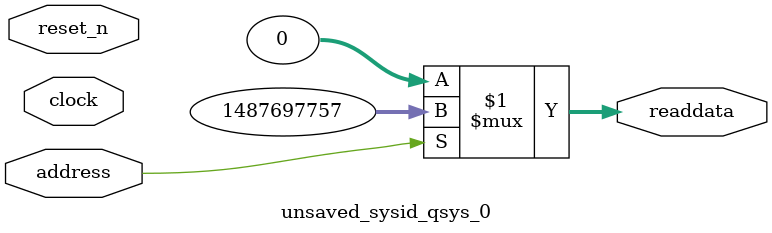
<source format=v>



// synthesis translate_off
`timescale 1ns / 1ps
// synthesis translate_on

// turn off superfluous verilog processor warnings 
// altera message_level Level1 
// altera message_off 10034 10035 10036 10037 10230 10240 10030 

module unsaved_sysid_qsys_0 (
               // inputs:
                address,
                clock,
                reset_n,

               // outputs:
                readdata
             )
;

  output  [ 31: 0] readdata;
  input            address;
  input            clock;
  input            reset_n;

  wire    [ 31: 0] readdata;
  //control_slave, which is an e_avalon_slave
  assign readdata = address ? 1487697757 : 0;

endmodule



</source>
